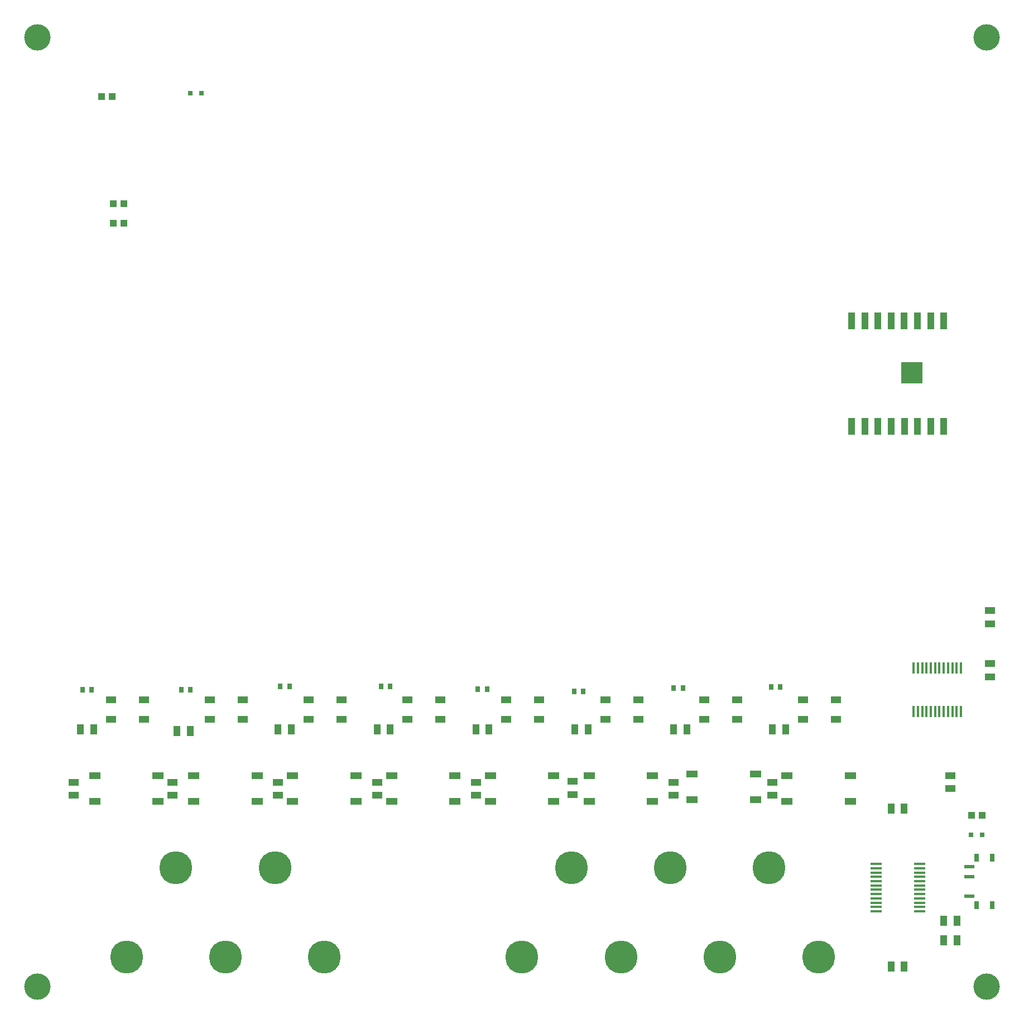
<source format=gtp>
G04 Layer: TopPasteMaskLayer*
G04 EasyEDA v6.5.51, 2025-11-28 17:22:10*
G04 3f89507fd9de47f783310b3fc4076c63,ba7c814570024b70955b40637584d18f,10*
G04 Gerber Generator version 0.2*
G04 Scale: 100 percent, Rotated: No, Reflected: No *
G04 Dimensions in millimeters *
G04 leading zeros omitted , absolute positions ,4 integer and 5 decimal *
%FSLAX45Y45*%
%MOMM*%

%AMMACRO1*21,1,$1,$2,0,0,$3*%
%ADD10C,5.0000*%
%ADD11C,4.0000*%
%ADD12R,0.8000X0.8000*%
%ADD13R,1.8000X1.0000*%
%ADD14R,1.5500X1.0000*%
%ADD15R,1.0000X1.1000*%
%ADD16R,1.1000X2.5000*%
%ADD17R,0.0118X2.5000*%
%ADD18R,3.2000X3.2000*%
%ADD19R,0.7000X1.2000*%
%ADD20R,1.5240X0.6000*%
%ADD21R,1.0000X1.5500*%
%ADD22R,0.8000X0.9000*%
%ADD23MACRO1,1.5011X0.9982X0.0000*%
%ADD24MACRO1,1.4986X0.9982X0.0000*%
%ADD25R,1.8034X0.4064*%
%ADD26R,0.4064X1.8034*%

%LPD*%
D10*
G01*
X3000019Y-3450005D03*
G01*
X4500016Y-3450005D03*
G01*
X7500035Y-3450005D03*
G01*
X9000032Y-3450005D03*
G01*
X10500029Y-3450005D03*
G01*
X12000026Y-3450005D03*
G01*
X2250033Y-2099995D03*
G01*
X3750030Y-2099995D03*
G01*
X8250021Y-2099995D03*
G01*
X9750018Y-2099995D03*
G01*
X11250015Y-2099995D03*
G01*
X1499996Y-3450031D03*
D11*
G01*
X14550009Y-3899992D03*
G01*
X150012Y-3899992D03*
G01*
X150012Y10500004D03*
G01*
X14550009Y10500004D03*
G01*
X150012Y10500004D03*
G01*
X150012Y-3899992D03*
D12*
G01*
X2635097Y9649993D03*
G01*
X2464917Y9649993D03*
G01*
X14485086Y-1599996D03*
G01*
X14314906Y-1599996D03*
D13*
G01*
X10079990Y-675004D03*
G01*
X11039983Y-675004D03*
G01*
X10079990Y-1065021D03*
G01*
X11039983Y-1065021D03*
D14*
G01*
X13999997Y-699998D03*
G01*
X13999997Y-899998D03*
D15*
G01*
X1299997Y7979994D03*
G01*
X1459992Y7979994D03*
G01*
X1299997Y7679994D03*
G01*
X1459992Y7679994D03*
D16*
G01*
X13900251Y6200190D03*
G01*
X13699134Y6200139D03*
G01*
X13499820Y6199987D03*
G01*
X13298957Y6200089D03*
G01*
X13099364Y6200165D03*
G01*
X12899770Y6200089D03*
G01*
X12699365Y6200190D03*
G01*
X12499771Y6200089D03*
G01*
X13900251Y4599990D03*
G01*
X13700226Y4599990D03*
G01*
X13500379Y4599787D03*
G01*
X13300430Y4599889D03*
G01*
X13100202Y4599965D03*
G01*
X12900253Y4599889D03*
G01*
X12700254Y4599990D03*
G01*
X12500457Y4599939D03*
D18*
G01*
X13417651Y5412790D03*
D19*
G01*
X14399996Y-1950008D03*
G01*
X14629993Y-1950008D03*
G01*
X14629993Y-2669997D03*
G01*
X14399996Y-2669997D03*
D20*
G01*
X14289989Y-2085009D03*
G01*
X14289989Y-2234996D03*
G01*
X14289989Y-2534996D03*
D21*
G01*
X14099997Y-3199993D03*
G01*
X13899997Y-3199993D03*
D15*
G01*
X1280007Y9600006D03*
G01*
X1120012Y9600006D03*
G01*
X14480006Y-1299997D03*
G01*
X14320011Y-1299997D03*
D13*
G01*
X1020013Y-705002D03*
G01*
X1980006Y-705002D03*
G01*
X1020013Y-1095019D03*
G01*
X1980006Y-1095019D03*
G01*
X2520010Y-705002D03*
G01*
X3480003Y-705002D03*
G01*
X2520010Y-1095019D03*
G01*
X3480003Y-1095019D03*
G01*
X4020007Y-705002D03*
G01*
X4980000Y-705002D03*
G01*
X4020007Y-1095019D03*
G01*
X4980000Y-1095019D03*
G01*
X5520004Y-705002D03*
G01*
X6479997Y-705002D03*
G01*
X5520004Y-1095019D03*
G01*
X6479997Y-1095019D03*
G01*
X11519992Y-705002D03*
G01*
X12479985Y-705002D03*
G01*
X11519992Y-1095019D03*
G01*
X12479985Y-1095019D03*
G01*
X8519998Y-705002D03*
G01*
X9479991Y-705002D03*
G01*
X8519998Y-1095019D03*
G01*
X9479991Y-1095019D03*
G01*
X7020001Y-705002D03*
G01*
X7979994Y-705002D03*
G01*
X7020001Y-1095019D03*
G01*
X7979994Y-1095019D03*
D21*
G01*
X13299998Y-3599992D03*
G01*
X13099999Y-3599992D03*
D14*
G01*
X14599996Y999997D03*
G01*
X14599996Y799998D03*
G01*
X699998Y-799998D03*
G01*
X699998Y-999997D03*
G01*
X2199995Y-799998D03*
G01*
X2199995Y-999997D03*
G01*
X3799992Y-799998D03*
G01*
X3799992Y-999997D03*
G01*
X5299989Y-799998D03*
G01*
X5299989Y-999997D03*
G01*
X11300002Y-799998D03*
G01*
X11300002Y-999997D03*
G01*
X9800005Y-799998D03*
G01*
X9800005Y-999997D03*
G01*
X8270011Y-789990D03*
G01*
X8270011Y-989990D03*
G01*
X6800011Y-799998D03*
G01*
X6800011Y-999997D03*
D22*
G01*
X11280013Y640003D03*
G01*
X11420017Y640003D03*
G01*
X9800005Y629996D03*
G01*
X9940010Y629996D03*
G01*
X8290001Y580009D03*
G01*
X8430006Y580009D03*
G01*
X6830009Y610006D03*
G01*
X6970013Y610006D03*
G01*
X5360009Y650011D03*
G01*
X5500014Y650011D03*
G01*
X2329992Y599998D03*
G01*
X2469997Y599998D03*
G01*
X829995Y599998D03*
G01*
X970000Y599998D03*
D23*
G01*
X7762501Y450004D03*
G01*
X7762501Y150030D03*
D24*
G01*
X7262502Y150030D03*
G01*
X7262502Y450004D03*
D23*
G01*
X9262501Y450004D03*
G01*
X9262501Y150030D03*
D24*
G01*
X8762502Y150030D03*
G01*
X8762502Y450004D03*
D23*
G01*
X12262502Y450004D03*
G01*
X12262502Y150030D03*
D24*
G01*
X11762503Y150030D03*
G01*
X11762503Y450004D03*
D23*
G01*
X10762500Y450004D03*
G01*
X10762500Y150030D03*
D24*
G01*
X10262501Y150030D03*
G01*
X10262501Y450004D03*
D23*
G01*
X4762502Y450004D03*
G01*
X4762502Y150030D03*
D24*
G01*
X4262503Y150030D03*
G01*
X4262503Y450004D03*
D23*
G01*
X3262500Y450004D03*
G01*
X3262500Y150030D03*
D24*
G01*
X2762501Y150030D03*
G01*
X2762501Y450004D03*
D23*
G01*
X1762500Y450004D03*
G01*
X1762500Y150030D03*
D24*
G01*
X1262501Y150030D03*
G01*
X1262501Y450004D03*
D25*
G01*
X12870002Y-2041855D03*
G01*
X12870002Y-2107895D03*
G01*
X12870002Y-2171395D03*
G01*
X12870002Y-2237435D03*
G01*
X12870002Y-2303475D03*
G01*
X12870002Y-2366975D03*
G01*
X12870002Y-2433015D03*
G01*
X12870002Y-2496515D03*
G01*
X12870002Y-2562555D03*
G01*
X12870002Y-2628595D03*
G01*
X12870002Y-2692095D03*
G01*
X12870002Y-2758135D03*
G01*
X13529995Y-2758135D03*
G01*
X13529995Y-2692095D03*
G01*
X13529995Y-2628595D03*
G01*
X13529995Y-2562555D03*
G01*
X13529995Y-2496515D03*
G01*
X13529995Y-2433015D03*
G01*
X13529995Y-2366975D03*
G01*
X13529995Y-2303475D03*
G01*
X13529995Y-2237435D03*
G01*
X13529995Y-2171395D03*
G01*
X13529995Y-2107895D03*
G01*
X13529995Y-2041855D03*
D26*
G01*
X13441857Y270002D03*
G01*
X13507897Y270002D03*
G01*
X13571397Y270002D03*
G01*
X13637437Y270002D03*
G01*
X13703477Y270002D03*
G01*
X13766977Y270002D03*
G01*
X13833017Y270002D03*
G01*
X13896517Y270002D03*
G01*
X13962557Y270002D03*
G01*
X14028597Y270002D03*
G01*
X14092097Y270002D03*
G01*
X14158137Y270002D03*
G01*
X14158137Y929995D03*
G01*
X14092097Y929995D03*
G01*
X14028597Y929995D03*
G01*
X13962557Y929995D03*
G01*
X13896517Y929995D03*
G01*
X13833017Y929995D03*
G01*
X13766977Y929995D03*
G01*
X13703477Y929995D03*
G01*
X13637437Y929995D03*
G01*
X13571397Y929995D03*
G01*
X13507897Y929995D03*
G01*
X13441857Y929995D03*
D21*
G01*
X13099999Y-1199997D03*
G01*
X13299998Y-1199997D03*
D14*
G01*
X14599996Y1599996D03*
G01*
X14599996Y1799996D03*
D21*
G01*
X13899997Y-2899994D03*
G01*
X14099997Y-2899994D03*
G01*
X799998Y0D03*
G01*
X999997Y0D03*
G01*
X2264003Y-24003D03*
G01*
X2464003Y-24003D03*
G01*
X3799992Y0D03*
G01*
X3999991Y0D03*
G01*
X5299989Y0D03*
G01*
X5499988Y0D03*
G01*
X11300002Y0D03*
G01*
X11500002Y0D03*
G01*
X9800005Y0D03*
G01*
X10000005Y0D03*
G01*
X8300008Y0D03*
G01*
X8500008Y0D03*
G01*
X6800011Y0D03*
G01*
X7000011Y0D03*
D22*
G01*
X3830015Y650011D03*
G01*
X3969994Y650011D03*
D23*
G01*
X6262504Y450004D03*
G01*
X6262504Y150030D03*
D24*
G01*
X5762505Y150030D03*
G01*
X5762505Y450004D03*
M02*

</source>
